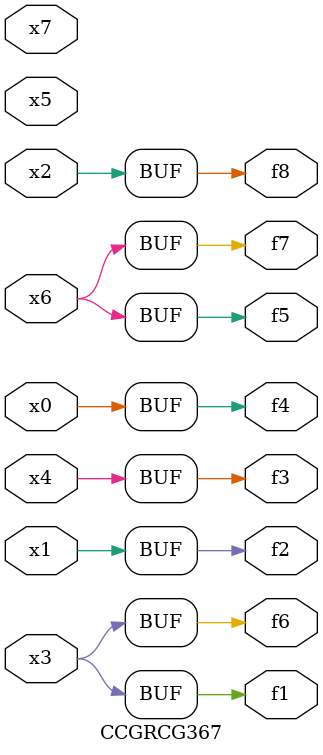
<source format=v>
module CCGRCG367(
	input x0, x1, x2, x3, x4, x5, x6, x7,
	output f1, f2, f3, f4, f5, f6, f7, f8
);
	assign f1 = x3;
	assign f2 = x1;
	assign f3 = x4;
	assign f4 = x0;
	assign f5 = x6;
	assign f6 = x3;
	assign f7 = x6;
	assign f8 = x2;
endmodule

</source>
